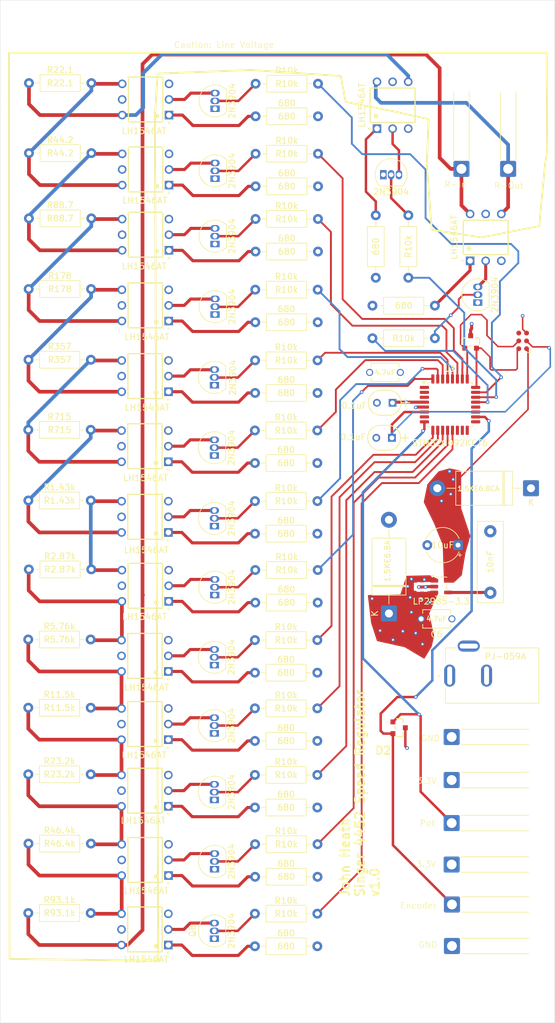
<source format=kicad_pcb>
(kicad_pcb (version 20241229) (generator "pcbnew") (generator_version "9.0")
  (layers (0 "F.Cu" signal) (4 "In1.Cu" signal) (6 "In2.Cu" signal) (2 "B.Cu" signal) (13 "F.Paste" user) (15 "B.Paste" user) (5 "F.SilkS" user "F.Silkscreen") (7 "B.SilkS" user "B.Silkscreen") (1 "F.Mask" user) (3 "B.Mask" user) (25 "Edge.Cuts" user))
  (net 0 "")
  (net 1 "Net-(D1-A{slash}K_1)")
  (net 2 "Net-(D1-A{slash}K_2)")
  (net 3 "GND")
  (net 4 "/rotary-encoder-output")
  (net 5 "/FootPedalPotOutput")
  (net 6 "/Line-R1")
  (net 7 "/Line-R2")
  (net 8 "/Line-NC1")
  (net 9 "Net-(Q14-C)")
  (net 10 "Net-(R35-Pad1)")
  (net 11 "/Line-R4")
  (net 12 "Net-(Q13-C)")
  (net 13 "/Line-R3")
  (net 14 "/Line-NC2")
  (net 15 "Net-(R34-Pad2)")
  (net 16 "Net-(R33-Pad2)")
  (net 17 "/Line-NC3")
  (net 18 "/Line-R-In")
  (net 19 "Net-(Q12-C)")
  (net 20 "Net-(Q11-C)")
  (net 21 "/Line-R-Out")
  (net 22 "Net-(R32-Pad2)")
  (net 23 "/Line-NC4")
  (net 24 "Net-(Q10-C)")
  (net 25 "/Line-NC5")
  (net 26 "/Line-R9")
  (net 27 "Net-(R31-Pad2)")
  (net 28 "Net-(R30-Pad2)")
  (net 29 "/Line-NC6")
  (net 30 "/Line-R8")
  (net 31 "Net-(Q9-C)")
  (net 32 "Net-(R29-Pad2)")
  (net 33 "Net-(Q8-C)")
  (net 34 "/Line-NC7")
  (net 35 "Net-(Q7-C)")
  (net 36 "Net-(R19-Pad2)")
  (net 37 "/Line-NC12")
  (net 38 "/Line-R10")
  (net 39 "Net-(R42-Pad1)")
  (net 40 "Net-(Q15-C)")
  (net 41 "/Line-R11")
  (net 42 "/Line-NC11")
  (net 43 "/Line-NC10")
  (net 44 "Net-(R18-Pad2)")
  (net 45 "/Line-R12")
  (net 46 "Net-(Q6-C)")
  (net 47 "/Line-R13")
  (net 48 "Net-(R17-Pad2)")
  (net 49 "/Line-NC9")
  (net 50 "Net-(Q5-C)")
  (net 51 "Net-(Q3-C)")
  (net 52 "/Line-R7")
  (net 53 "/Line-R6")
  (net 54 "Net-(R9-Pad2)")
  (net 55 "/Line-NC8")
  (net 56 "Net-(R5-Pad2)")
  (net 57 "/Line-R5")
  (net 58 "/Line-NC14")
  (net 59 "Net-(Q2-C)")
  (net 60 "Net-(R1-Pad2)")
  (net 61 "/Line-NC13")
  (net 62 "Net-(Q1-C)")
  (net 63 "/Line-NC15")
  (net 64 "Net-(R10-Pad2)")
  (net 65 "Net-(Q4-C)")
  (net 66 "+5V")
  (net 68 "+3.3V")
  (net 69 "Net-(J1-~{RESET})")
  (net 70 "/Bit3")
  (net 71 "Net-(Q4-B)")
  (net 72 "Net-(Q12-B)")
  (net 73 "/Bit8")
  (net 74 "/Bit12")
  (net 75 "Net-(Q8-B)")
  (net 76 "/Bit2")
  (net 77 "Net-(Q3-B)")
  (net 78 "Net-(Q5-B)")
  (net 79 "/Bit4")
  (net 80 "Net-(Q2-B)")
  (net 81 "/Bit1")
  (net 82 "/Bit0")
  (net 83 "Net-(Q1-B)")
  (net 84 "Net-(Q15-B)")
  (net 85 "/MaxResBit")
  (net 86 "/MinResBit")
  (net 87 "Net-(Q14-B)")
  (net 88 "Net-(Q6-B)")
  (net 89 "/Bit5")
  (net 90 "/Bit6")
  (net 91 "Net-(Q7-B)")
  (net 92 "/Bit7")
  (net 93 "Net-(Q13-B)")
  (net 94 "/Bit9")
  (net 95 "Net-(Q11-B)")
  (net 96 "/Bit10")
  (net 97 "Net-(Q10-B)")
  (net 98 "Net-(Q9-B)")
  (net 99 "/Bit11")
  (net 100 "Net-(U2-BP)")
  (footprint "Resistor_THT:R_Axial_DIN0207_L6.3mm_D2.5mm_P10.16mm_Horizontal" (layer "F.Cu") (at 73.5 107.03 180)
    (property "Reference" "R19" (hide yes))
    (property "Value" "680")
  )
  (footprint "Connector_Wire:SolderWire-0.75sqmm_1x01_D1.25mm_OD2.3mm_Relief" (layer "F.Cu") (at 95.4 174.1 90)
    (property "Reference" "J8" (hide yes))
    (property "Value" "Conn_01x01_Pin" (hide yes))
  )
  (footprint "Resistor_THT:R_Axial_DIN0207_L6.3mm_D2.5mm_P10.16mm_Horizontal" (layer "F.Cu") (at 63.33 146.27)
    (property "Reference" "R27" (hide yes))
    (property "Value" "R10k")
  )
  (footprint "Package_TO_SOT_THT:TO-92_Inline" (layer "F.Cu") (at 56.83 59.91 90)
    (property "Reference" "Q3" (hide yes))
    (property "Value" "2N3904")
  )
  (footprint "Resistor_THT:R_Axial_DIN0207_L6.3mm_D2.5mm_P10.16mm_Horizontal" (layer "F.Cu") (at 26.44 124.24)
    (property "Reference" "R37" (hide yes))
    (property "Value" "R5.76k")
  )
  (footprint "Package_TO_SOT_THT:TO-92_Inline" (layer "F.Cu") (at 56.73 139.51 90)
    (property "Reference" "Q11" (hide yes))
    (property "Value" "2N3904")
  )
  (footprint "Resistor_THT:R_Axial_DIN0207_L6.3mm_D2.5mm_P10.16mm_Horizontal" (layer "F.Cu") (at 63.33 135.44)
    (property "Reference" "R26" (hide yes))
    (property "Value" "R10k")
  )
  (footprint "Package_TO_SOT_THT:TO-92_Inline" (layer "F.Cu") (at 56.74 105.8 90)
    (property "Reference" "Q7" (hide yes))
    (property "Value" "2N3904")
  )
  (footprint "Resistor_THT:R_Axial_DIN0207_L6.3mm_D2.5mm_P10.16mm_Horizontal" (layer "F.Cu") (at 63.36 157.54)
    (property "Reference" "R28" (hide yes))
    (property "Value" "R10k")
  )
  (footprint "Resistor_THT:R_Axial_DIN0207_L6.3mm_D2.5mm_P10.16mm_Horizontal" (layer "F.Cu") (at 26.56 33.74)
    (property "Reference" "R3" (hide yes))
    (property "Value" "R22.1")
  )
  (footprint "Connector_Wire:SolderWire-0.75sqmm_1x01_D1.25mm_OD2.3mm_Relief" (layer "F.Cu") (at 95.35 160.85 90)
    (property "Reference" "J10" (hide yes))
    (property "Value" "Conn_01x01_Pin" (hide yes))
  )
  (footprint "project:DIP762W50P254L730H410Q6" (layer "F.Cu") (at 45.46 81.4 180)
    (property "Reference" "U7" (hide yes))
    (property "Value" "LH1546AT")
  )
  (footprint "Resistor_THT:R_Axial_DIN0207_L6.3mm_D2.5mm_P10.16mm_Horizontal" (layer "F.Cu") (at 73.49 151.57 180)
    (property "Reference" "R31" (hide yes))
    (property "Value" "680")
  )
  (footprint "Resistor_THT:R_Axial_DIN0207_L6.3mm_D2.5mm_P10.16mm_Horizontal" (layer "F.Cu") (at 63.44 45.23)
    (property "Reference" "R8" (hide yes))
    (property "Value" "R10k")
  )
  (footprint "Resistor_THT:R_Axial_DIN0207_L6.3mm_D2.5mm_P10.16mm_Horizontal" (layer "F.Cu") (at 73.49 140.74 180)
    (property "Reference" "R32" (hide yes))
    (property "Value" "680")
  )
  (footprint "project:CAP_C320_KEM" (layer "F.Cu") (at 85.625 91.44 180)
    (property "Reference" "C3" (hide yes))
    (property "Value" "0.1uF")
  )
  (footprint "Package_TO_SOT_THT:TO-92_Inline" (layer "F.Cu") (at 56.79 117.01 90)
    (property "Reference" "Q13" (hide yes))
    (property "Value" "2N3904")
  )
  (footprint "project:DIP762W50P254L730H410Q6" (layer "F.Cu") (at 45.44 104.29 180)
    (property "Reference" "U9" (hide yes))
    (property "Value" "LH1546AT")
  )
  (footprint "Resistor_THT:R_Axial_DIN0207_L6.3mm_D2.5mm_P10.16mm_Horizontal" (layer "F.Cu") (at 63.33 168.84)
    (property "Reference" "R43" (hide yes))
    (property "Value" "R10k")
  )
  (footprint "Resistor_THT:R_Axial_DIN0207_L6.3mm_D2.5mm_P10.16mm_Horizontal" (layer "F.Cu") (at 63.43 55.84)
    (property "Reference" "R13" (hide yes))
    (property "Value" "R10k")
  )
  (footprint "Resistor_THT:R_Axial_DIN0207_L6.3mm_D2.5mm_P10.16mm_Horizontal" (layer "F.Cu") (at 83 55.24 -90)
    (property "Reference" "R42" (hide yes))
    (property "Value" "680")
  )
  (footprint "Resistor_THT:R_Axial_DIN0207_L6.3mm_D2.5mm_P10.16mm_Horizontal" (layer "F.Cu") (at 73.55 118.24 180)
    (property "Reference" "R34" (hide yes))
    (property "Value" "680")
  )
  (footprint "Capacitor_THT:C_Rect_L13.0mm_W4.0mm_P10.00mm_FKS3_FKP3_MKS4" (layer "F.Cu") (at 101.64 116.64 90)
    (property "Reference" "C4" (hide yes))
    (property "Value" "10nF")
  )
  (footprint "Resistor_THT:R_Axial_DIN0207_L6.3mm_D2.5mm_P10.16mm_Horizontal" (layer "F.Cu") (at 26.45 146.17)
    (property "Reference" "R39" (hide yes))
    (property "Value" "R23.2k")
  )
  (footprint "project:DIP762W50P254L730H410Q6" (layer "F.Cu") (at 45.43 171.4 180)
    (property "Reference" "U10" (hide yes))
    (property "Value" "LH1546AT")
  )
  (footprint "Capacitor_THT:CP_Radial_Tantal_D5.5mm_P5.00mm" (layer "F.Cu") (at 96.39 108.89 180)
    (property "Reference" "C5" (hide yes))
    (property "Value" "10uF")
  )
  (footprint "project:STS232050UL40" (layer "F.Cu") (at 98.44 75.85)
    (property "Reference" "D1" (hide yes))
    (property "Value" "STS232050UL40" (hide yes))
  )
  (footprint "Resistor_THT:R_Axial_DIN0207_L6.3mm_D2.5mm_P10.16mm_Horizontal" (layer "F.Cu") (at 63.36 78.84)
    (property "Reference" "R15" (hide yes))
    (property "Value" "R10k")
  )
  (footprint "project:DIP762W50P254L730H410Q6" (layer "F.Cu") (at 45.43 148.83 180)
    (property "Reference" "U12" (hide yes))
    (property "Value" "LH1546AT")
  )
  (footprint "Package_TO_SOT_THT:TO-92_Inline" (layer "F.Cu") (at 56.84 49.28 90)
    (property "Reference" "Q2" (hide yes))
    (property "Value" "2N3904")
  )
  (footprint "Package_TO_SOT_THT:TO-92_Inline" (layer "F.Cu") (at 56.73 150.34 90)
    (property "Reference" "Q10" (hide yes))
    (property "Value" "2N3904")
  )
  (footprint "Resistor_THT:R_Axial_DIN0207_L6.3mm_D2.5mm_P10.16mm_Horizontal" (layer "F.Cu") (at 73.6 39.14 180)
    (property "Reference" "R1" (hide yes))
    (property "Value" "680")
  )
  (footprint "Resistor_THT:R_Axial_DIN0207_L6.3mm_D2.5mm_P10.16mm_Horizontal" (layer "F.Cu") (at 26.48 78.74)
    (property "Reference" "R16" (hide yes))
    (property "Value" "R357")
  )
  (footprint "Connector_Wire:SolderWire-0.75sqmm_1x01_D1.25mm_OD2.3mm_Relief" (layer "F.Cu") (at 95.4 167.35 90)
    (property "Reference" "J9" (hide yes))
    (property "Value" "Conn_01x01_Pin" (hide yes))
  )
  (footprint "Resistor_THT:R_Axial_DIN0207_L6.3mm_D2.5mm_P10.16mm_Horizontal" (layer "F.Cu") (at 63.39 67.34)
    (property "Reference" "R14" (hide yes))
    (property "Value" "R10k")
  )
  (footprint "Resistor_THT:R_Axial_DIN0207_L6.3mm_D2.5mm_P10.16mm_Horizontal" (layer "F.Cu") (at 26.45 90.14)
    (property "Reference" "R20" (hide yes))
    (property "Value" "R715")
  )
  (footprint "Package_TO_SOT_THT:TO-92_Inline" (layer "F.Cu") (at 56.74 82.88 90)
    (property "Reference" "Q5" (hide yes))
    (property "Value" "2N3904")
  )
  (footprint "Resistor_THT:R_Axial_DIN0207_L6.3mm_D2.5mm_P10.16mm_Horizontal" (layer "F.Cu") (at 73.49 95.54 180)
    (property "Reference" "R18" (hide yes))
    (property "Value" "680")
  )
  (footprint "project:CAPRB500W50L450T300H550" (layer "F.Cu") (at 84.5 80.8 180)
    (property "Reference" "C2" (hide yes))
    (property "Value" "4.7uF")
  )
  (footprint "Package_TO_SOT_THT:TO-92_Inline" (layer "F.Cu") (at 56.84 37.91 90)
    (property "Reference" "Q1" (hide yes))
    (property "Value" "2N3904")
  )
  (footprint "Package_TO_SOT_THT:TO-92_Inline" (layer "F.Cu") (at 56.76 161.61 90)
    (property "Reference" "Q9" (hide yes))
    (property "Value" "2N3904")
  )
  (footprint "project:DIP762W50P254L730H410Q6" (layer "F.Cu") (at 45.43 138 180)
    (property "Reference" "U13" (hide yes))
    (property "Value" "LH1546AT")
  )
  (footprint "MountingHole:MountingHole_4.5mm" (layer "F.Cu") (at 26.7 25)
    (property "Reference" "H2" (hide yes))
    (property "Value" "MountingHole" (hide yes))
  )
  (footprint "project:DIP762W50P254L730H410Q6" (layer "F.Cu") (at 45.46 160.1 180)
    (property "Reference" "U11" (hide yes))
    (property "Value" "LH1546AT")
  )
  (footprint "project:CAP_C320_KEM" (layer "F.Cu") (at 85.725 85.74 180)
    (property "Reference" "C1" (hide yes))
    (property "Value" "0.1uF")
  )
  (footprint "Resistor_THT:R_Axial_DIN0207_L6.3mm_D2.5mm_P10.16mm_Horizontal" (layer "F.Cu") (at 26.46 101.63)
    (property "Reference" "R21" (hide yes))
    (property "Value" "R1.43k")
  )
  (footprint "Resistor_THT:R_Axial_DIN0207_L6.3mm_D2.5mm_P10.16mm_Horizontal" (layer "F.Cu") (at 63.34 101.73)
    (property "Reference" "R23" (hide yes))
    (property "Value" "R10k")
  )
  (footprint "Resistor_THT:R_Axial_DIN0207_L6.3mm_D2.5mm_P10.16mm_Horizontal" (layer "F.Cu") (at 73.49 129.64 180)
    (property "Reference" "R33" (hide yes))
    (property "Value" "680")
  )
  (footprint "Package_TO_SOT_THT:TO-92_Inline" (layer "F.Cu") (at 84.23 48.64)
    (property "Reference" "Q15" (hide yes))
    (property "Value" "2N3904")
  )
  (footprint "Connector_Wire:SolderWire-0.75sqmm_1x01_D1.25mm_OD2.3mm_Relief" (layer "F.Cu") (at 95.35 147.1 90)
    (property "Reference" "J5" (hide yes))
    (property "Value" "Conn_01x01_Pin" (hide yes))
  )
  (footprint "Resistor_THT:R_Axial_DIN0207_L6.3mm_D2.5mm_P10.16mm_Horizontal" (layer "F.Cu") (at 26.45 135.34)
    (property "Reference" "R38" (hide yes))
    (property "Value" "R11.5k")
  )
  (footprint "project:CUI_PJ-059A" (layer "F.Cu") (at 95.0275 130.115 180)
    (property "Reference" "J2" (hide yes))
    (property "Value" "PJ-059A")
  )
  (footprint "project:DIP762W50P254L730H410Q6" (layer "F.Cu") (at 85.74 37.34 90)
    (property "Reference" "U17" (hide yes))
    (property "Value" "LH1546AT")
  )
  (footprint "Resistor_THT:R_Axial_DIN0207_L6.3mm_D2.5mm_P10.16mm_Horizontal" (layer "F.Cu") (at 63.44 33.84)
    (property "Reference" "R7" (hide yes))
    (property "Value" "R10k")
  )
  (footprint "Resistor_THT:R_Axial_DIN0207_L6.3mm_D2.5mm_P10.16mm_Horizontal" (layer "F.Cu") (at 73.6 50.53 180)
    (property "Reference" "R5" (hide yes))
    (property "Value" "680")
  )
  (footprint "Resistor_THT:R_Axial_DIN0207_L6.3mm_D2.5mm_P10.16mm_Horizontal" (layer "F.Cu") (at 63.33 124.34)
    (property "Reference" "R25" (hide yes))
    (property "Value" "R10k")
  )
  (footprint "Connector:Tag-Connect_TC2030-IDC-FP_2x03_P1.27mm_Vertical" (layer "F.Cu") (at 106.905 75.67 90)
    (property "Reference" "J1" (hide yes))
    (property "Value" "Conn_ARM_SWD_TagConnect_TC2030" (hide yes))
  )
  (footprint "MountingHole:MountingHole_4.5mm" (layer "F.Cu") (at 107.3 181.8)
    (property "Reference" "H4" (hide yes))
    (property "Value" "MountingHole" (hide yes))
  )
  (footprint "Resistor_THT:R_Axial_DIN0207_L6.3mm_D2.5mm_P10.16mm_Horizontal" (layer "F.Cu") (at 26.51 67.24)
    (property "Reference" "R12" (hide yes))
    (property "Value" "R178")
  )
  (footprint "Connector_Wire:SolderWire-0.75sqmm_1x01_D1.25mm_OD2.3mm_Relief" (layer "F.Cu") (at 96.94 47.69 180)
    (property "Reference" "J6" (hide yes))
    (property "Value" "Conn_01x01_Pin" (hide yes))
  )
  (footprint "Resistor_THT:R_Axial_DIN0207_L6.3mm_D2.5mm_P10.16mm_Horizontal" (layer "F.Cu") (at 73.59 61.14 180)
    (property "Reference" "R9" (hide yes))
    (property "Value" "680")
  )
  (footprint "project:DIP762W50P254L730H410Q6" (layer "F.Cu") (at 45.54 47.79 180)
    (property "Reference" "U4" (hide yes))
    (property "Value" "LH1546AT")
  )
  (footprint "project:DIP762W50P254L730H410Q6" (layer "F.Cu") (at 100.89 58.84 90)
    (property "Reference" "U16" (hide yes))
    (property "Value" "LH1546AT")
  )
  (footprint "Connector_Wire:SolderWire-0.75sqmm_1x01_D1.25mm_OD2.3mm_Relief" (layer "F.Cu") (at 95.35 154.1 90)
    (property "Reference" "J3" (hide yes))
    (property "Value" "Conn_01x01_Pin" (hide yes))
  )
  (footprint "Package_TO_SOT_THT:TO-92_Inline" (layer "F.Cu") (at 56.73 128.41 90)
    (property "Reference" "Q12" (hide yes))
    (property "Value" "2N3904")
  )
  (footprint "project:STS232050UL40" (layer "F.Cu") (at 86.8 138.6 -90)
    (property "Reference" "D2")
    (property "Value" "STS232050UL40" (hide yes))
  )
  (footprint "MountingHole:MountingHole_4.5mm" (layer "F.Cu") (at 26.7 181.8)
    (property "Reference" "H3" (hide yes))
    (property "Value" "MountingHole" (hide yes))
  )
  (footprint "Resistor_THT:R_Axial_DIN0207_L6.3mm_D2.5mm_P10.16mm_Horizontal" (layer "F.Cu") (at 63.33 90.24)
    (property "Reference" "R22" (hide yes))
    (property "Value" "R10k")
  )
  (footprint "Resistor_THT:R_Axial_DIN0207_L6.3mm_D2.5mm_P10.16mm_Horizontal" (layer "F.Cu") (at 73.55 72.64 180)
    (property "Reference" "R10" (hide yes))
    (property "Value" "680")
  )
  (footprint "project:DIP762W50P254L730H410Q6" (layer "F.Cu") (at 45.43 92.8 180)
    (property "Reference" "U8" (hide yes))
    (property "Value" "LH1546AT")
  )
  (footprint "Resistor_THT:R_Axial_DIN0207_L6.3mm_D2.5mm_P10.16mm_Horizontal" (layer "F.Cu") (at 82.46 75.24)
    (property "Reference" "R2" (hide yes))
    (property "Value" "R10k")
  )
  (footprint "Diode_THT:D_DO-201AE_P15.24mm_Horizontal" (layer "F.Cu") (at 108.26 99.64 180)
    (property "Reference" "D4" (hide yes))
    (property "Value" "1.5KE6.8CA")
  )
  (footprint "Connector_Wire:SolderWire-0.75sqmm_1x01_D1.25mm_OD2.3mm_Relief" (layer "F.Cu") (at 95.35 140.1 90)
    (property "Reference" "J4" (hide yes))
    (property "Value" "Conn_01x01_Pin" (hide yes))
  )
  (footprint "Resistor_THT:R_Axial_DIN0207_L6.3mm_D2.5mm_P10.16mm_Horizontal" (layer "F.Cu") (at 73.49 174.14 180)
    (property "Reference" "R29" (hide yes))
    (property "Value" "680")
  )
  (footprint "project:DIP762W50P254L730H410Q6" (layer "F.Cu") (at 45.43 126.9 180)
    (property "Reference" "U14" (hide yes))
    (property "Value" "LH1546AT")
  )
  (footprint "Diode_THT:D_DO-201AE_P15.24mm_Horizontal" (layer "F.Cu") (at 85.14 120.01 90)
    (property "Reference" "D3" (hide yes))
    (property "Value" "1.5KE6.8A")
  )
  (footprint "Resistor_THT:R_Axial_DIN0207_L6.3mm_D2.5mm_P10.16mm_Horizontal" (layer "F.Cu") (at 26.54 112.84)
    (property "Reference" "R36" (hide yes))
    (property "Value" "R2.87k")
  )
  (footprint "project:DIP762W50P254L730H410Q6" (layer "F.Cu") (at 45.49 69.9 180)
    (property "Reference" "U6" (hide yes))
    (property "Value" "LH1546AT")
  )
  (footprint "Package_TO_SOT_THT:TO-92_Inline" (layer "F.Cu") (at 99.6 69.44 90)
    (property "Reference" "Q14" (hide yes))
    (property "Value" "2N3904")
  )
  (footprint "Package_QFP:LQFP-32_7x7mm_P0.8mm" (layer "F.Cu") (at 95.085 86.04)
    (property "Reference" "U1")
    (property "Value" "STM32C092KCT6")
  )
  (footprint "Package_TO_SOT_THT:TO-92_Inline" (layer "F.Cu") (at 56.73 94.31 90)
    (property "Reference" "Q6" (hide yes))
    (property "Value" "2N3904")
  )
  (footprint "Package_TO_SOT_SMD:SOT-23-5" (layer "F.Cu") (at 93.64 115.64)
    (property "Reference" "U2" (hide yes))
    (property "Value" "LP2985-3.3")
  )
  (footprint "Resistor_THT:R_Axial_DIN0207_L6.3mm_D2.5mm_P10.16mm_Horizontal" (layer "F.Cu") (at 92.62 69.94 180)
    (property "Reference" "R35" (hide yes))
    (property "Value" "680")
  )
  (footprint "project:DIP762W50P254L730H410Q6" (layer "F.Cu") (at 45.53 58.4 180)
    (property "Reference" "U5" (hide yes))
    (property "Value" "LH1546AT")
  )
  (footprint "Connector_Wire:SolderWire-0.75sqmm_1x01_D1.25mm_OD2.3mm_Relief" (layer "F.Cu") (at 104.54 47.69 180)
    (property "Reference" "J7" (hide yes))
    (property "Value" "Conn_01x01_Pin" (hide yes))
  )
  (footprint "Package_TO_SOT_THT:TO-92_Inline" (layer "F.Cu") (at 56.84 71.38 90)
    (property "Reference" "Q4" (hide yes))
    (property "Value" "2N3904")
  )
  (footprint "Package_TO_SOT_THT:TO-92_Inline" (layer "F.Cu") (at 56.73 172.91 90)
    (property "Reference" "Q8")
    (property "Value" "2N3904")
  )
  (footprint "Resistor_THT:R_Axial_DIN0207_L6.3mm_D2.5mm_P10.16mm_Horizontal" (layer "F.Cu") (at 26.56 45.13)
    (property "Reference" "R6" (hide yes))
    (property "Value" "R44.2")
  )
  (footprint "Resistor_THT:R_Axial_DIN0207_L6.3mm_D2.5mm_P10.16mm_Horizontal" (layer "F.Cu") (at 63.39 112.94)
    (property "Reference" "R24" (hide yes))
    (property "Value" "R10k")
  )
  (footprint "project:DIP762W50P254L730H410Q6" (layer "F.Cu") (at 45.54 36.4 180)
    (property "Reference" "U3" (hide yes))
    (property "Value" "LH1546AT")
  )
  (footprint "Resistor_THT:R_Axial_DIN0207_L6.3mm_D2.5mm_P10.16mm_Horizontal" (layer "F.Cu") (at 73.52 162.84 180)
    (property "Reference" "R30" (hide yes))
    (property "Value" "680")
  )
  (footprint "Resistor_THT:R_Axial_DIN0207_L6.3mm_D2.5mm_P10.16mm_Horizontal" (layer "F.Cu") (at 88.3 65.4 90)
    (property "Reference" "R4" (hide yes))
    (property "Value" "R10k")
  )
  (footprint "Resistor_THT:R_Axial_DIN0207_L6.3mm_D2.5mm_P10.16mm_Horizontal" (layer "F.Cu") (at 26.45 168.74)
    (property "Reference" "R41" (hide yes))
    (property "Value" "R93.1k")
  )
  (footprint "project:CAPRB500W50L450T300H550" (layer "F.Cu") (at 92.89 120.89)
    (property "Reference" "C6")
    (property "Value" "4.7uF")
  )
  (footprint "MountingHole:MountingHole_4.5mm" (layer "F.Cu") (at 107.4 25.1)
    (property "Reference" "H1" (hide yes))
    (property "Value" "MountingHole" (hide yes))
  )
  (footprint "project:DIP762W50P254L730H410Q6" (layer "F.Cu") (at 45.49 115.5 180)
    (property "Reference" "U15" (hide yes))
    (property "Value" "LH1546AT")
  )
  (footprint "Resistor_THT:R_Axial_DIN0207_L6.3mm_D2.5mm_P10.16mm_Horizontal" (layer "F.Cu") (at 26.48 157.44)
    (property "Reference" "R40" (hide yes))
    (property "Value" "R46.4k")
  )
  (footprint "Resistor_THT:R_Axial_DIN0207_L6.3mm_D2.5mm_P10.16mm_Horizontal" (layer "F.Cu") (at 73.52 84.14 180)
    (property "Reference" "R17" (hide yes))
    (property "Value" "680")
  )
  (footprint "Resistor_THT:R_Axial_DIN0207_L6.3mm_D2.5mm_P10.16mm_Horizontal" (layer "F.Cu") (at 26.55 55.74)
    (property "Reference" "R11" (hide yes))
    (property "Value" "R88.7")
  )
  (gr_poly (pts (xy 23.4 176.2) (xy 47.6 176.5) (xy 47.057159 39.1) (xy 47.5 32.2) (xy 62.7 31.6) (xy 77.3 32.59) (xy 78.1 36.8) (xy 85.74 38.3) (xy 91.6 39.6) (xy 91.3 46.9) (xy 92.1 57.6) (xy 100.2 58.84) (xy 109.6 57) (xy 110.5 47.4) (xy 110.9 44.6) (xy 110.8 28.8) (xy 23.3 28.8)) (stroke (width 0.3)) (fill no) (layer "F.SilkS"))
  (gr_rect (start 21.87 20.248627) (end 112.13 186.6) (stroke (width 0.05)) (fill no) (layer "Edge.Cuts"))
  (gr_text "3.3V" (at 89.6 147.8 0) (layer "F.SilkS") (effects (font (size 1 1) (thickness 0.1)) (justify left bottom)))
  (gr_text "680" (at 68.43 82 0) (layer "F.SilkS") (effects (font (size 1 1))))
  (gr_text "Caution: Line Voltage" (at 50.1 28.1 0) (layer "F.SilkS") (effects (font (size 1 1) (thickness 0.1)) (justify left bottom)))
  (gr_text "680" (at 68.4 138.6 0) (layer "F.SilkS") (effects (font (size 1 1))))
  (gr_text "R10k" (at 68.43 76.7 0) (layer "F.SilkS") (effects (font (size 1 1))))
  (gr_text "R10k" (at 68.51 31.7 0) (layer "F.SilkS") (effects (font (size 1 1))))
  (gr_text "680" (at 68.46 70.5 0) (layer "F.SilkS") (effects (font (size 1 1))))
  (gr_text "Encoder" (at 86.9 168.1 0) (layer "F.SilkS") (effects (font (size 1 1) (thickness 0.1)) (justify left bottom)))
  (gr_text "680" (at 68.4 127.5 0) (layer "F.SilkS") (effects (font (size 1 1))))
  (gr_text "680" (at 68.5 59 0) (layer "F.SilkS") (effects (font (size 1 1))))
  (gr_text "R-In" (at 94.1 50.8 0) (layer "F.SilkS") (effects (font (size 1 1) (thickness 0.1)) (justify left bottom)))
  (gr_text "Pot" (at 90.1 154.7 0) (layer "F.SilkS") (effects (font (size 1 1) (thickness 0.1)) (justify left bottom)))
  (gr_text "R357" (at 31.55 76.6 0) (layer "F.SilkS") (effects (font (size 1 1))))
  (gr_text "R178" (at 31.58 65.1 0) (layer "F.SilkS") (effects (font (size 1 1))))
  (gr_text "R10k" (at 68.4 122.2 0) (layer "F.SilkS") (effects (font (size 1 1))))
  (gr_text "R10k" (at 68.46 65.2 0) (layer "F.SilkS") (effects (font (size 1 1))))
  (gr_text "R93.1k" (at 31.52 166.6 0) (layer "F.SilkS") (effects (font (size 1 1))))
  (gr_text "680" (at 68.41 104.89 0) (layer "F.SilkS") (effects (font (size 1 1))))
  (gr_text "R88.7" (at 31.62 53.6 0) (layer "F.SilkS") (effects (font (size 1 1))))
  (gr_text "R2.87k" (at 31.61 110.7 0) (layer "F.SilkS") (effects (font (size 1 1))))
  (gr_text "R10k" (at 68.4 166.7 0) (layer "F.SilkS") (effects (font (size 1 1))))
  (gr_text "R23.2k" (at 31.52 144.03 0) (layer "F.SilkS") (effects (font (size 1 1))))
  (gr_text "R44.2" (at 31.63 42.99 0) (layer "F.SilkS") (effects (font (size 1 1))))
  (gr_text "680" (at 68.4 93.4 0) (layer "F.SilkS") (effects (font (size 1 1))))
  (gr_text "680" (at 68.4 149.43 0) (layer "F.SilkS") (effects (font (size 1 1))))
  (gr_text "R1.43k" (at 31.53 99.49 0) (layer "F.SilkS") (effects (font (size 1 1))))
  (gr_text "R10k" (at 68.41 99.59 0) (layer "F.SilkS") (effects (font (size 1 1))))
  (gr_text "R10k" (at 68.43 155.4 0) (layer "F.SilkS") (effects (font (size 1 1))))
  (gr_text "R715" (at 31.52 88 0) (layer "F.SilkS") (effects (font (size 1 1))))
  (gr_text "680" (at 68.43 160.7 0) (layer "F.SilkS") (effects (font (size 1 1))))
  (gr_text "GND" (at 90.3 140.9 0) (layer "F.SilkS") (effects (font (size 1 1) (thickness 0.1)) (justify left bottom)))
  (gr_text "680" (at 68.46 116.1 0) (layer "F.SilkS") (effects (font (size 1 1))))
  (gr_text "R10k" (at 68.4 88.1 0) (layer "F.SilkS") (effects (font (size 1 1))))
  (gr_text "R46.4k" (at 31.55 155.3 0) (layer "F.SilkS") (effects (font (size 1 1))))
  (gr_text "R10k" (at 68.51 43.09 0) (layer "F.SilkS") (effects (font (size 1 1))))
  (gr_text "R11.5k" (at 31.52 133.2 0) (layer "F.SilkS") (effects (font (size 1 1))))
  (gr_text "GND" (at 89.9 174.5 0) (layer "F.SilkS") (effects (font (size 1 1) (thickness 0.1)) (justify left bottom)))
  (gr_text "R10k" (at 68.4 133.3 0) (layer "F.SilkS") (effects (font (size 1 1))))
  (gr_text "R10k" (at 68.4 144.13 0) (layer "F.SilkS") (effects (font (size 1 1))))
  (gr_text "3.3V" (at 89.5 161.4 0) (layer "F.SilkS") (effects (font (size 1 1) (thickness 0.1)) (justify left bottom)))
  (gr_text "R-Out" (at 102.2 51 0) (layer "F.SilkS") (effects (font (size 1 1) (thickness 0.1)) (justify left bottom)))
  (gr_text "680" (at 68.51 37 0) (layer "F.SilkS") (effects (font (size 1 1))))
  (gr_text "R5.76k" (at 31.51 122.1 0) (layer "F.SilkS") (effects (font (size 1 1))))
  (gr_text "680" (at 68.4 172 0) (layer "F.SilkS") (effects (font (size 1 1))))
  (gr_text "680" (at 68.51 48.39 0) (layer "F.SilkS") (effects (font (size 1 1))))
  (gr_text "R10k" (at 68.5 53.7 0) (layer "F.SilkS") (effects (font (size 1 1))))
  (gr_text "John Heath\nSinger 4452 Speed Regulator\nv1.0" (at 83.7 166.3 90) (layer "F.SilkS") (effects (font (size 1.5 1.5) (thickness 0.3) (bold yes)) (justify left bottom)))
  (gr_text "R10k" (at 68.51 110.8 0) (layer "F.SilkS") (effects (font (size 1 1))))
  (gr_text "R22.1" (at 31.63 31.6 0) (layer "F.SilkS") (effects (font (size 1 1))))
  (segment (start 98.5 71.4) (end 96.8 73.1) (width 0.25) (layer "F.Cu") (net 1))
  (segment (start 96.8 76.17) (end 97.49 76.86) (width 0.25) (layer "F.Cu") (net 1))
  (segment (start 101.1 72.3) (end 100.2 71.4) (width 0.25) (layer "F.Cu") (net 1))
  (segment (start 105.34155 76.59845) (end 102.89845 76.59845) (width 0.25) (layer "F.Cu") (net 1))
  (segment (start 97.885 77.255) (end 97.885 81.865) (width 0.3) (layer "F.Cu") (net 1))
  (segment (start 101.1 74.8) (end 101.1 72.3) (width 0.25) (layer "F.Cu") (net 1))
  (segment (start 97.49 76.86) (end 97.885 77.255) (width 0.3) (layer "F.Cu") (net 1))
  (segment (start 100.2 71.4) (end 98.5 71.4) (width 0.25) (layer "F.Cu") (net 1))
  (segment (start 102.89845 76.59845) (end 101.1 74.8) (width 0.25) (layer "F.Cu") (net 1))
  (segment (start 96.8 73.1) (end 96.8 76.17) (width 0.25) (layer "F.Cu") (net 1))
  (segment (start 106.27 75.67) (end 105.34155 76.59845) (width 0.25) (layer "F.Cu") (net 1))
  (segment (start 105.8 80.4) (end 101.8 80.4) (width 0.25) (layer "F.Cu") (net 2))
  (segment (start 99.39 76.86) (end 99.39 83.11) (width 0.3) (layer "F.Cu") (net 2))
  (segment (start 101.8 80.4) (end 101.6 80.2) (width 0.25) (layer "F.Cu") (net 2))
  (segment (start 100.16 76.86) (end 99.39 76.86) (width 0.25) (layer "F.Cu") (net 2))
  (segment (start 99.39 83.11) (end 99.26 83.24) (width 0.3) (layer "F.Cu") (net 2))
  (segment (start 101.6 78.3) (end 100.16 76.86) (width 0.25) (layer "F.Cu") (net 2))
  (segment (start 106.27 76.94) (end 106.0337 77.1763) (width 0.25) (layer "F.Cu") (net 2))
  (segment (start 106.0337 77.1763) (end 106.0337 80.1663) (width 0.25) (layer "F.Cu") (net 2))
  (segment (start 106.0337 80.1663) (end 105.8 80.4) (width 0.25) (layer "F.Cu") (net 2))
  (segment (start 101.6 80.2) (end 101.6 78.3) (width 0.25) (layer "F.Cu") (net 2))
  (segment (start 92.5025 115.64) (end 91.16 115.64) (width 0.5) (layer "F.Cu") (net 3))
  (segment (start 98.44 73.86) (end 98.44 74.84) (width 0.5) (layer "F.Cu") (net 3))
  (segment (start 91.1 115.7) (end 90 115.7) (width 0.5) (layer "F.Cu") (net 3))
  (segment (start 106.9 73.76) (end 106.9 71.6) (width 0.25) (layer "F.Cu") (net 3))
  (segment (start 91.16 115.64) (end 91.1 115.7) (width 0.5) (layer "F.Cu") (net 3))
  (segment (start 87.81 141.61) (end 88.1 141.9) (width 0.4) (layer "F.Cu") (net 3))
  (segment (start 89.56 86.44) (end 89.5 86.5) (width 0.5) (layer "F.Cu") (net 3))
  (segment (start 98.6 72.9) (end 98.6 73.7) (width 0.5) (layer "F.Cu") (net 3))
  (segment (start 107.54 74.4) (end 106.9 73.76) (width 0.25) (layer "F.Cu") (net 3))
  (segment (start 87.81 138.6) (end 87.81 141.61) (width 0.4) (layer "F.Cu") (net 3))
  (segment (start 90.91 86.44) (end 89.56 86.44) (width 0.5) (layer "F.Cu") (net 3))
  (segment (start 98.6 73.7) (end 98.44 73.86) (width 0.5) (layer "F.Cu") (net 3))
  (via (at 90 115.7) (size 0.6) (drill 0.3) (layers "F.Cu" "B.Cu") (net 3))
  (via (at 106.9 71.6) (size 0.6) (drill 0.3) (layers "F.Cu" "B.Cu") (net 3))
  (via (at 91.1 115.7) (size 0.6) (drill 0.3) (layers "F.Cu" "B.Cu") (net 3))
  (via (at 88.1 141.9) (size 0.6) (drill 0.3) (layers "F.Cu" "B.Cu") (net 3))
  (via (at 98.6 72.9) (size 0.6) (drill 0.3) (layers "F.Cu" "B.Cu") (net 3))
  (via (at 89.5 86.5) (size 0.6) (drill 0.3) (layers "F.Cu" "B.Cu") (net 3))
  (segment (start 94.14 166.04) (end 85.79 157.69) (width 0.4) (layer "F.Cu") (net 4))
  (segment (start 86.5 133.6) (end 89.5 133.6) (width 0.4) (layer "F.Cu") (net 4))
  (segment (start 83.8 139.1) (end 83.8 136.3) (width 0.4) (layer "F.Cu") (net 4))
  (segment (start 83.8 136.3) (end 84.5 135.6) (width 0.4) (layer "F.Cu") (net 4))
  (segment (start 85.79 157.69) (end 85.79 139.55) (width 0.4) (layer "F.Cu") (net 4))
  (segment (start 85.79 139.55) (end 84.25 139.55) (width 0.4) (layer "F.Cu") (net 4))
  (segment (start 100.74 88.04) (end 101.4 88.7) (width 0.4) (layer "F.Cu") (net 4))
  (segment (start 84.25 139.55) (end 83.8 139.1) (width 0.4) (layer "F.Cu") (net 4))
  (segment (start 99.26 88.04) (end 100.74 88.04) (width 0.4) (layer "F.Cu") (net 4))
  (segment (start 84.5 135.6) (end 86.5 133.6) (width 0.4) (layer "F.Cu") (net 4))
  (via (at 89.5 133.6) (size 0.6) (drill 0.3) (layers "F.Cu" "B.Cu") (net 4))
  (via (at 101.4 88.7) (size 0.6) (drill 0.3) (layers "F.Cu" "B.Cu") (net 4))
  (segment (start 89.5 133.6) (end 92.2 130.9) (width 0.4) (layer "B.Cu") (net 4))
  (segment (start 100 91.8) (end 101.4 90.4) (width 0.4) (layer "B.Cu") (net 4))
  (segment (start 92.2 127.3) (end 92.2 126) (width 0.4) (layer "B.Cu") (net 4))
  (segment (start 92.2 130.9) (end 92.2 127.3) (width 0.4) (layer "B.Cu") (net 4))
  (segment (start 98.6 113.4) (end 98.6 93.2) (width 0.4) (layer "B.Cu") (net 4))
  (segment (start 95 123.2) (end 98.6 119.6) (width 0.4) (layer "B.Cu") (net 4))
  (segment (start 101.4 90.4) (end 101.4 88.7) (width 0.4) (layer "B.Cu") (net 4))
  (segment (start 98.6 93.2) (end 100 91.8) (width 0.4) (layer "B.Cu") (net 4))
  (segment (start 92.2 126) (end 95 123.2) (width 0.4) (layer "B.Cu") (net 4))
  (segment (start 98.6 119.6) (end 98.6 113.4) (width 0.4) (layer "B.Cu") (net 4))
  (segment (start 90.05 136.45) (end 90 136.4) (width 0.4) (layer "F.Cu") (net 5))
  (segment (start 87.04 136.4) (end 85.79 137.65) (width 0.4) (layer "F.Cu") (net 5))
  (segment (start 90.3 136.7) (end 90.05 136.45) (width 0.4) (layer "F.Cu") (net 5))
  (segment (start 94.09 152.84) (end 95.35 154.1) (width 0.4) (layer "F.Cu") (net 5))
  (segment (start 94.09 152.79) (end 94.09 152.84) (width 0.4) (layer "F.Cu") (net 5))
  (segment (start 94.09 152.79) (end 90.3 149) (width 0.4) (layer "F.Cu") (net 5))
  (segment (start 90.91 90.09) (end 90.7 90.3) (width 0.4) (layer "F.Cu") (net 5))
  (segment (start 90.91 88.84) (end 90.91 90.09) (width 0.4) (layer "F.Cu") (net 5))
  (segment (start 90 136.4) (end 87.04 136.4) (width 0.4) (layer "F.Cu") (net 5))
  (segment (start 90.3 149) (end 90.3 136.7) (width 0.4) (layer "F.Cu") (net 5))
  (via (at 90.7 90.3) (size 0.6) (drill 0.3) (layers "F.Cu" "B.Cu") (net 5))
  (via (at 90.05 136.45) (size 0.6) (drill 0.3) (layers "F.Cu" "B.Cu") (net 5))
  (segment (start 90.7 90.5) (end 90.7 90.3) (width 0.4) (layer "B.Cu") (net 5))
  (segment (start 80.9 115.8) (end 80.9 100.3) (width 0.4) (layer "B.Cu") (net 5))
  (segment (start 90.05 136.45) (end 80.9 127.3) (width 0.4) (layer "B.Cu") (net 5))
  (segment (start 80.9 127.3) (end 80.9 115.8) (width 0.4) (layer "B.Cu") (net 5))
  (segment (start 88 93.2) (end 90.7 90.5) (width 0.4) (layer "B.Cu") (net 5))
  (segment (start 80.9 100.3) (end 88 93.2) (width 0.4) (layer "B.Cu") (net 5))
  (segment (start 28.34 38.94) (end 26.56 37.16) (width 0.6) (layer "F.Cu") (net 6))
  (segment (start 26.56 37.16) (end 26.56 33.74) (width 0.6) (layer "F.Cu") (net 6))
  (segment (start 41.73 38.94) (end 28.34 38.94) (width 0.6) (layer "F.Cu") (net 6))
  (segment (start 88.28 33.53) (end 88.28 32.540051) (width 0.6) (layer "B.Cu") (net 6))
  (segment (start 45.149 32.119888) (end 45.149 37.751) (width 0.6) (layer "B.Cu") (net 6))
  (segment (start 45.149 37.751) (end 43.96 38.94) (width 0.6) (layer "B.Cu") (net 6))
  (segment (start 48.268888 29) (end 45.149 32.119888) (width 0.6) (layer "B.Cu") (net 6))
  (segment (start 88.28 32.540051) (end 84.739949 29) (width 0.6) (layer "B.Cu") (net 6))
  (segment (start 84.739949 29) (end 48.268888 29) (width 0.6) (layer "B.Cu") (net 6))
  (segment (start 43.96 38.94) (end 41.73 38.94) (width 0.6) (layer "B.Cu") (net 6))
  (segment (start 41.73 50.33) (end 28.34 50.33) (width 0.6) (layer "F.Cu") (net 7))
  (segment (start 26.56 48.55) (end 26.56 45.13) (width 0.6) (layer "F.Cu") (net 7))
  (segment (start 28.34 50.33) (end 26.56 48.55) (width 0.6) (layer "F.Cu") (net 7))
  (segment (start 36.84 33.86) (end 36.72 33.74) (width 0.6) (layer "F.Cu") (net 7))
  (segment (start 41.73 33.86) (end 36.84 33.86) (width 0.6) (layer "F.Cu") (net 7))
  (segment (start 36.72 33.74) (end 36.72 34.97) (width 0.6) (layer "B.Cu") (net 7))
  (segment (start 36.72 34.97) (end 26.56 45.13) (width 0.6) (layer "B.Cu") (net 7))
  (segment (start 100.89 62.65) (end 100.89 65.61) (width 0.5) (layer "F.Cu") (net 9))
  (segment (start 100.89 65.61) (end 99.6 66.9) (width 0.5) (layer "F.Cu") (net 9))
  (segment (start 98.35 64.21) (end 92.62 69.94) (width 0.5) (layer "F.Cu") (net 10))
  (segment (start 98.35 62.65) (end 98.35 64.21) (width 0.5) (layer "F.Cu") (net 10))
  (segment (start 28.29 72.44) (end 26.51 70.66) (width 0.6) (layer "F.Cu") (net 11))
  (segment (start 36.83 55.86) (end 36.71 55.74) (width 0.6) (layer "F.Cu") (net 11))
  (segment (start 41.68 72.44) (end 28.29 72.44) (width 0.6) (layer "F.Cu") (net 11))
  (segment (start 41.72 55.86) (end 36.83 55.86) (width 0.6) (layer "F.Cu") (net 11))
  (segment (start 26.51 70.66) (end 26.51 67.24) (width 0.6) (layer "F.Cu") (net 11))
  (segment (start 36.71 55.74) (end 36.71 57.04) (width 0.6) (layer "B.Cu") (net 11))
  (segment (start 36.71 57.04) (end 26.51 67.24) (width 0.6) (layer "B.Cu") (net 11))
  (segment (start 49.3 115.5) (end 51.83 115.5) (width 0.5) (layer "F.Cu") (net 12))
  (segment (start 52.86 114.47) (end 56.79 114.47) (width 0.5) (layer "F.Cu") (net 12))
  (segment (start 51.83 115.5) (end 52.86 114.47) (width 0.5) (layer "F.Cu") (net 12))
  (segment (start 26.55 59.16) (end 26.55 55.74) (width 0.6) (layer "F.Cu") (net 13))
  (segment (start 28.33 60.94) (end 26.55 59.16) (width 0.6) (layer "F.Cu") (net 13))
  (segment (start 41.72 60.94) (end 28.33 60.94) (width 0.6) (layer "F.Cu") (net 13))
  (segment (start 36.84 45.25) (end 36.72 45.13) (width 0.6) (layer "F.Cu") (net 13))
  (segment (start 41.73 45.25) (end 36.84 45.25) (width 0.6) (layer "F.Cu") (net 13))
  (segment (start 36.72 45.13) (end 26.55 55.3) (width 0.6) (layer "B.Cu") (net 13))
  (segment (start 26.55 55.3) (end 26.55 55.74) (width 0.6) (layer "B.Cu") (net 13))
  (segment (start 63.39 118.24) (end 62.19 118.24) (width 0.5) (layer "F.Cu") (net 15))
  (segment (start 60.69 119.74) (end 53.19 119.74) (width 0.5) (layer "F.Cu") (net 15))
  (segment (start 51.49 118.04) (end 49.3 118.04) (width 0.5) (layer "F.Cu") (net 15))
  (segment (start 62.19 118.24) (end 60.69 119.74) (width 0.5) (layer "F.Cu") (net 15))
  (segment (start 53.19 119.74) (end 51.49 118.04) (width 0.5) (layer "F.Cu") (net 15))
  (segment (start 63.33 129.64) (end 62.13 129.64) (width 0.5) (layer "F.Cu") (net 16))
  (segment (start 53.13 131.14) (end 51.43 129.44) (width 0.5) (layer "F.Cu") (net 16))
  (segment (start 51.43 129.44) (end 49.24 129.44) (width 0.5) (layer "F.Cu") (net 16))
  (segment (start 60.63 131.14) (end 53.13 131.14) (width 0.5) (layer "F.Cu") (net 16))
  (segment (start 62.13 129.64) (end 60.63 131.14) (width 0.5) (layer "F.Cu") (net 16))
  (segment (start 96.94 47.69) (end 96.94 53.62) (width 0.6) (layer "F.Cu") (net 18))
  (segment (start 42.609949 173.94) (end 45.039 171.510949) (width 0.6) (layer "F.Cu") (net 18))
  (segment (start 28.23 173.94) (end 26.45 172.16) (width 0.6) (layer "F.Cu") (net 18))
  (segment (start 46.6 29.1) (end 91.2 29.1) (width 0.6) (layer "F.Cu") (net 18))
  (segment (start 45.039 117.06) (end 45.099 117) (width 0.6) (layer "F.Cu") (net 18))
  (segment (start 93.4 45.9) (end 95.19 47.69) (width 0.6) (layer "F.Cu") (net 18))
  (segment (start 45.039 116.94) (end 45.039 30.661) (width 0.6) (layer "F.Cu") (net 18))
  (segment (start 95.19 47.69) (end 96.94 47.69) (width 0.6) (layer "F.Cu") (net 18))
  (segment (start 26.45 172.16) (end 26.45 168.74) (width 0.6) (layer "F.Cu") (net 18))
  (segment (start 41.62 173.94) (end 42.609949 173.94) (width 0.6) (layer "F.Cu") (net 18))
  (segment (start 96.94 53.62) (end 98.35 55.03) (width 0.6) (layer "F.Cu") (net 18))
  (segment (start 45.039 30.661) (end 46.6 29.1) (width 0.6) (layer "F.Cu") (net 18))
  (segment (start 41.62 173.94) (end 28.23 173.94) (width 0.6) (layer "F.Cu") (net 18))
  (segment (start 93.4 31.3) (end 93.4 45.9) (width 0.6) (layer "F.Cu") (net 18))
  (segment (start 45.039 171.510949) (end 45.039 117.06) (width 0.6) (layer "F.Cu") (net 18))
  (segment (start 91.2 29.1) (end 93.4 31.3) (width 0.6) (layer "F.Cu") (net 18))
  (segment (start 45.099 117) (end 45.039 116.94) (width 0.6) (layer "F.Cu") (net 18))
  (segment (start 52.8 125.87) (end 56.73 125.87) (width 0.5) (layer "F.Cu") (net 19))
  (segment (start 49.24 126.9) (end 51.77 126.9) (width 0.5) (layer "F.Cu") (net 19))
  (segment (start 51.77 126.9) (end 52.8 125.87) (width 0.5) (layer "F.Cu") (net 19))
  (segment (start 51.77 138) (end 52.8 136.97) (width 0.5) (layer "F.Cu") (net 20))
  (segment (start 52.8 136.97) (end 56.73 136.97) (width 0.5) (layer "F.Cu") (net 20))
  (segment (start 49.24 138) (end 51.77 138) (width 0.5) (layer "F.Cu") (net 20))
  (segment (start 103.43 55.03) (end 104.54 53.92) (width 0.6) (layer "F.Cu") (net 21))
  (segment (start 104.54 53.92) (end 104.54 47.69) (width 0.6) (layer "F.Cu") (net 21))
  (segment (start 104.54 43.74) (end 97.749 36.949) (width 0.6) (layer "B.Cu") (net 21))
  (segment (start 97.749 36.949) (end 83.849 36.949) (width 0.6) (layer "B.Cu") (net 21))
  (segment (start 83.849 36.949) (end 83 36.1) (width 0.6) (layer "B.Cu") (net 21))
  (segment (start 83 33.73) (end 83.2 33.53) (width 0.6) (layer "B.Cu") (net 21))
  (segment (start 104.54 47.69) (end 104.54 43.74) (width 0.6) (layer "B.Cu") (net 21))
  (segment (start 83 36.1) (end 83 33.73) (width 0.6) (layer "B.Cu") (net 21))
  (segment (start 63.33 140.74) (end 62.13 140.74) (width 0.5) (layer "F.Cu") (net 22))
  (segment (start 51.43 140.54) (end 49.24 140.54) (width 0.5) (layer "F.Cu") (net 22))
  (segment (start 62.13 140.74) (end 60.63 142.24) (width 0.5) (layer "F.Cu") (net 22))
  (segment (start 60.63 142.24) (end 53.13 142.24) (width 0.5) (layer "F.Cu") (net 22))
  (segment (start 53.13 142.24) (end 51.43 140.54) (width 0.5) (layer "F.Cu") (net 22))
  (segment (start 51.77 148.83) (end 52.8 147.8) (width 0.5) (layer "F.Cu") (net 24))
  (segment (start 49.24 148.83) (end 51.77 148.83) (width 0.5) (layer "F.Cu") (net 24))
  (segment (start 52.8 147.8) (end 56.73 147.8) (width 0.5) (layer "F.Cu") (net 24))
  (segment (start 36.73 124.36) (end 36.61 124.24) (width 0.6) (layer "F.Cu") (net 26))
  (segment (start 41.62 124.36) (end 36.73 124.36) (width 0.6) (layer "F.Cu") (net 26))
  (segment (start 41.68 118.04) (end 41.68 124.3) (width 0.6) (layer "F.Cu") (net 26))
  (segment (start 28.29 118.04) (end 26.51 116.26) (width 0.6) (layer "F.Cu") (net 26))
  (segment (start 41.68 118.04) (end 28.29 118.04) (width 0.6) (layer "F.Cu") (net 26))
  (segment (start 26.51 116.26) (end 26.51 112.84) (width 0.6) (layer "F.Cu") (net 26))
  (segment (start 41.68 124.3) (end 41.62 124.36) (width 0.6) (layer "F.Cu") (net 26))
  (segment (start 62.13 151.57) (end 60.63 153.07) (width 0.5) (layer "F.Cu") (net 27))
  (segment (start 53.13 153.07) (end 51.43 151.37) (width 0.5) (layer "F.Cu") (net 27))
  (segment (start 60.63 153.07) (end 53.13 153.07) (width 0.5) (layer "F.Cu") (net 27))
  (segment (start 63.33 151.57) (end 62.13 151.57) (width 0.5) (layer "F.Cu") (net 27))
  (segment (start 51.43 151.37) (end 49.24 151.37) (width 0.5) (layer "F.Cu") (net 27))
  (segment (start 51.46 162.64) (end 49.27 162.64) (width 0.5) (layer "F.Cu") (net 28))
  (segment (start 63.36 162.84) (end 62.16 162.84) (width 0.5) (layer "F.Cu") (net 28))
  (segment (start 62.16 162.84) (end 60.66 164.34) (width 0.5) (layer "F.Cu") (net 28))
  (segment (start 53.16 164.34) (end 51.46 162.64) (width 0.5) (layer "F.Cu") (net 28))
  (segment (start 60.66 164.34) (end 53.16 164.34) (width 0.5) (layer "F.Cu") (net 28))
  (segment (start 36.74 101.75) (end 36.62 101.63) (width 0.6) (layer "F.Cu") (net 30))
  (segment (start 41.68 112.96) (end 36.79 112.96) (width 0.6) (layer "F.Cu") (net 30))
  (segment (start 36.79 112.96) (end 36.67 112.84) (width 0.6) (layer "F.Cu") (net 30))
  (segment (start 41.63 101.75) (end 36.74 101.75) (width 0.6) (layer "F.Cu") (net 30))
  (segment (start 36.62 112.76) (end 36.7 112.84) (width 0.6) (layer "B.Cu") (net 30))
  (segment (start 36.62 101.63) (end 36.62 112.76) (width 0.6) (layer "B.Cu") (net 30))
  (segment (start 52.83 159.07) (end 56.76 159.07) (width 0.5) (layer "F.Cu") (net 31))
  (segment (start 49.27 160.1) (end 51.8 160.1) (width 0.5) (layer "F.Cu") (net 31))
  (segment (start 51.8 160.1) (end 52.83 159.07) (width 0.5) (layer "F.Cu") (net 31))
  (segment (start 60.63 175.64) (end 53.13 175.64) (width 0.5) (layer "F.Cu") (net 32))
  (segment (start 62.13 174.14) (end 60.63 175.64) (width 0.5) (layer "F.Cu") (net 32))
  (segment (start 53.13 175.64) (end 51.43 173.94) (width 0.5) (layer "F.Cu") (net 32))
  (segment (start 51.43 173.94) (end 49.24 173.94) (width 0.5) (layer "F.Cu") (net 32))
  (segment (start 63.33 174.14) (end 62.13 174.14) (width 0.5) (layer "F.Cu") (net 32))
  (segment (start 49.24 171.4) (end 51.77 171.4) (width 0.5) (layer "F.Cu") (net 33))
  (segment (start 51.77 171.4) (end 52.8 170.37) (width 0.5) (layer "F.Cu") (net 33))
  (segment (start 52.8 170.37) (end 56.73 170.37) (width 0.5) (layer "F.Cu") (net 33))
  (segment (start 49.25 104.29) (end 51.78 104.29) (width 0.5) (layer "F.Cu") (net 35))
  (segment (start 52.81 103.26) (end 56.74 103.26) (width 0.5) (layer "F.Cu") (net 35))
  (segment (start 51.78 104.29) (end 52.81 103.26) (width 0.5) (layer "F.Cu") (net 35))
  (segment (start 63.34 107.03) (end 62.14 107.03) (width 0.5) (layer "F.Cu") (net 36))
  (segment (start 51.44 106.83) (end 49.25 106.83) (width 0.5) (layer "F.Cu") (net 36))
  (segment (start 53.14 108.53) (end 51.44 106.83) (width 0.5) (layer "F.Cu") (net 36))
  (segment (start 62.14 107.03) (end 60.64 108.53) (width 0.5) (layer "F.Cu") (net 36))
  (segment (start 60.64 108.53) (end 53.14 108.53) (width 0.5) (layer "F.Cu") (net 36))
  (segment (start 28.23 129.44) (end 26.45 127.66) (width 0.6) (layer "F.Cu") (net 38))
  (segment (start 41.62 129.44) (end 28.23 129.44) (width 0.6) (layer "F.Cu") (net 38))
  (segment (start 41.62 135.46) (end 36.73 135.46) (width 0.6) (layer "F.Cu") (net 38))
  (segment (start 41.62 129.44) (end 41.62 135.46) (width 0.6) (layer "F.Cu") (net 38))
  (segment (start 36.73 135.46) (end 36.61 135.34) (width 0.6) (layer "F.Cu") (net 38))
  (segment (start 26.45 127.66) (end 26.45 124.24) (width 0.6) (layer "F.Cu") (net 38))
  (segment (start 81.4 51.4) (end 81.4 42.9) (width 0.4) (layer "F.Cu") (net 39))
  (segment (start 83 53) (end 81.4 51.4) (width 0.4) (layer "F.Cu") (net 39))
  (segment (start 83.15 41.15) (end 83.2 41.15) (width 0.4) (layer "F.Cu") (net 39))
  (segment (start 81.4 42.9) (end 83.15 41.15) (width 0.4) (layer "F.Cu") (net 39))
  (segment (start 83 55.24) (end 83 53) (width 0.4) (layer "F.Cu") (net 39))
  (segment (start 85.74 43.645) (end 86.77 44.675) (width 0.4) (layer "F.Cu") (net 40))
  (segment (start 86.77 44.675) (end 86.77 48.64) (width 0.4) (layer "F.Cu") (net 40))
  (segment (start 85.74 41.15) (end 85.74 43.645) (width 0.4) (layer "F.Cu") (net 40))
  (segment (start 28.23 140.54) (end 26.45 138.76) (width 0.6) (layer "F.Cu") (net 41))
  (segment (start 41.62 140.54) (end 28.23 140.54) (width 0.6) (layer "F.Cu") (net 41))
  (segment (start 41.62 146.29) (end 36.73 146.29) (width 0.6) (layer "F.Cu") (net 41))
  (segment (start 26.45 138.76) (end 26.45 135.34) (width 0.6) (layer "F.Cu") (net 41))
  (segment (start 41.62 140.54) (end 41.62 146.29) (width 0.6) (layer "F.Cu") (net 41))
  (segment (start 36.73 146.29) (end 36.61 146.17) (width 0.6) (layer "F.Cu") (net 41))
  (segment (start 63.33 95.54) (end 62.13 95.54) (width 0.5) (layer "F.Cu") (net 44))
  (segment (start 51.43 95.34) (end 49.24 95.34) (width 0.5) (layer "F.Cu") (net 44))
  (segment (start 60.63 97.04) (end 53.13 97.04) (width 0.5) (layer "F.Cu") (net 44))
  (segment (start 62.13 95.54) (end 60.63 97.04) (width 0.5) (layer "F.Cu") (net 44))
  (segment (start 53.13 97.04) (end 51.43 95.34) (width 0.5) (layer "F.Cu") (net 44))
  (segment (start 26.45 149.59) (end 26.45 146.17) (width 0.6) (layer "F.Cu") (net 45))
  (segment (start 41.65 157.56) (end 36.76 157.56) (width 0.6) (layer "F.Cu") (net 45))
  (segment (start 36.76 157.56) (end 36.64 157.44) (width 0.6) (layer "F.Cu") (net 45))
  (segment (start 41.62 151.37) (end 28.23 151.37) (width 0.6) (layer "F.Cu") (net 45))
  (segment (start 41.62 151.37) (end 41.62 157.53) (width 0.6) (layer "F.Cu") (net 45))
  (segment (start 28.23 151.37) (end 26.45 149.59) (width 0.6) (layer "F.Cu") (net 45))
  (segment (start 41.62 157.53) (end 41.65 157.56) (width 0.6) (layer "F.Cu") (net 45))
  (segment (start 49.24 92.8) (end 51.77 92.8) (width 0.5) (layer "F.Cu") (net 46))
  (segment (start 52.8 91.77) (end 56.73 91.77) (width 0.5) (layer "F.Cu") (net 46))
  (segment (start 51.77 92.8) (end 52.8 91.77) (width 0.5) (layer "F.Cu") (net 46))
  (segment (start 28.26 162.64) (end 26.48 160.86) (width 0.6) (layer "F.Cu") (net 47))
  (segment (start 41.65 162.64) (end 28.26 162.64) (width 0.6) (layer "F.Cu") (net 47))
  (segment (start 36.73 168.86) (end 36.61 168.74) (width 0.6) (layer "F.Cu") (net 47))
  (segment (start 41.65 168.83) (end 41.62 168.86) (width 0.6) (layer "F.Cu") (net 47))
  (segment (start 26.48 160.86) (end 26.48 157.44) (width 0.6) (layer "F.Cu") (net 47))
  (segment (start 41.62 168.86) (end 36.73 168.86) (width 0.6) (layer "F.Cu") (net 47))
  (segment (start 41.65 162.64) (end 41.65 168.83) (width 0.6) (layer "F.Cu") (net 47))
  (segment (start 51.46 83.94) (end 49.27 83.94) (width 0.5) (layer "F.Cu") (net 48))
  (segment (start 53.16 85.64) (end 51.46 83.94) (width 0.5) (layer "F.Cu") (net 48))
  (segment (start 63.36 84.14) (end 62.16 84.14) (width 0.5) (layer "F.Cu") (net 48))
  (segment (start 60.66 85.64) (end 53.16 85.64) (width 0.5) (layer "F.Cu") (net 48))
  (segment (start 62.16 84.14) (end 60.66 85.64) (width 0.5) (layer "F.Cu") (net 48))
  (segment (start 49.27 81.4) (end 51.8 81.4) (width 0.5) (layer "F.Cu") (net 50))
  (segment (start 51.8 81.4) (end 52.83 80.37) (width 0.5) (layer "F.Cu") (net 50))
  (segment (start 52.83 80.37) (end 56.76 80.37) (width 0.5) (layer "F.Cu") (net 50))
  (segment (start 51.87 58.4) (end 52.9 57.37) (width 0.5) (layer "F.Cu") (net 51))
  (segment (start 52.9 57.37) (end 56.83 57.37) (width 0.5) (layer "F.Cu") (net 51))
  (segment (start 49.34 58.4) (end 51.87 58.4) (width 0.5) (layer "F.Cu") (net 51))
  (segment (start 41.63 106.83) (end 28.24 106.83) (width 0.6) (layer "F.Cu") (net 52))
  (segment (start 41.62 90.26) (end 36.73 90.26) (width 0.6) (layer "F.Cu") (net 52))
  (segment (start 28.24 106.83) (end 26.46 105.05) (width 0.6) (layer "F.Cu") (net 52))
  (segment (start 36.73 90.26) (end 36.61 90.14) (width 0.6) (layer "F.Cu") (net 52))
  (segment (start 26.46 105.05) (end 26.46 101.63) (width 0.6) (layer "F.Cu") (net 52))
  (segment (start 36.61 90.14) (end 36.61 91.48) (width 0.6) (layer "B.Cu") (net 52))
  (segment (start 36.61 91.48) (end 26.46 101.63) (width 0.6) (layer "B.Cu") (net 52))
  (segment (start 36.76 78.86) (end 36.64 78.74) (width 0.6) (layer "F.Cu") (net 53))
  (segment (start 28.23 95.34) (end 26.45 93.56) (width 0.6) (layer "F.Cu") (net 53))
  (segment (start 41.65 78.86) (end 36.76 78.86) (width 0.6) (layer "F.Cu") (net 53))
  (segment (start 26.45 93.56) (end 26.45 90.14) (width 0.6) (layer "F.Cu") (net 53))
  (segment (start 41.62 95.34) (end 28.23 95.34) (width 0.6) (layer "F.Cu") (net 53))
  (segment (start 26.45 88.93) (end 36.64 78.74) (width 0.6) (layer "B.Cu") (net 53))
  (segment (start 26.45 90.14) (end 26.45 88.93) (width 0.6) (layer "B.Cu") (net 53))
  (segment (start 63.43 61.14) (end 62.23 61.14) (width 0.5) (layer "F.Cu") (net 54))
  (segment (start 51.53 60.94) (end 49.34 60.94) (width 0.5) (layer "F.Cu") (net 54))
  (segment (start 62.23 61.14) (end 60.73 62.64) (width 0.5) (layer "F.Cu") (net 54))
  (segment (start 60.73 62.64) (end 53.23 62.64) (width 0.5) (layer "F.Cu") (net 54))
  (segment (start 53.23 62.64) (end 51.53 60.94) (width 0.5) (layer "F.Cu") (net 54))
  (segment (start 63.44 50.53) (end 62.24 50.53) (width 0.5) (layer "F.Cu") (net 56))
  (segment (start 51.54 50.33) (end 49.35 50.33) (width 0.5) (layer "F.Cu") (net 56))
  (segment (start 53.24 52.03) (end 51.54 50.33) (width 0.5) (layer "F.Cu") (net 56))
  (segment (start 60.74 52.03) (end 53.24 52.03) (width 0.5) (layer "F.Cu") (net 56))
  (segment (start 62.24 50.53) (end 60.74 52.03) (width 0.5) (layer "F.Cu") (net 56))
  (segment (start 36.79 67.36) (end 36.67 67.24) (width 0.6) (layer "F.Cu") (net 57))
  (segment (start 26.48 82.16) (end 26.48 78.74) (width 0.6) (layer "F.Cu") (net 57))
  (segment (start 41.65 83.94) (end 28.26 83.94) (width 0.6) (layer "F.Cu") (net 57))
  (segment (start 41.68 67.36) (end 36.79 67.36) (width 0.6) (layer "F.Cu") (net 57))
  (segment (start 28.26 83.94) (end 26.48 82.16) (width 0.6) (layer "F.Cu") (net 57))
  (segment (start 36.67 68.55) (end 26.48 78.74) (width 0.6) (layer "B.Cu") (net 57))
  (segment (start 36.67 67.24) (end 36.67 68.55) (width 0.6) (layer "B.Cu") (net 57))
  (segment (start 49.35 47.79) (end 51.88 47.79) (width 0.5) (layer "F.Cu") (net 59))
  (segment (start 51.88 47.79) (end 52.91 46.76) (width 0.5) (layer "F.Cu") (net 59))
  (segment (start 52.91 46.76) (end 56.84 46.76) (width 0.5) (layer "F.Cu") (net 59))
  (segment (start 62.24 39.14) (end 60.74 40.64) (width 0.5) (layer "F.Cu") (net 60))
  (segment (start 60.74 40.64) (end 53.24 40.64) (width 0.5) (layer "F.Cu") (net 60))
  (segment (start 51.54 38.94) (end 49.35 38.94) (width 0.5) (layer "F.Cu") (net 60))
  (segment (start 63.44 39.14) (end 62.24 39.14) (width 0.5) (layer "F.Cu") (net 60))
  (segment (start 53.24 40.64) (end 51.54 38.94) (width 0.5) (layer "F.Cu") (net 60))
  (segment (start 52.91 35.37) (end 56.84 35.37) (width 0.5) (layer "F.Cu") (net 62))
  (segment (start 49.35 36.4) (end 51.88 36.4) (width 0.5) (layer "F.Cu") (net 62))
  (segment (start 51.88 36.4) (end 52.91 35.37) (width 0.5) (layer "F.Cu") (net 62))
  (segment (start 62.19 72.64) (end 60.69 74.14) (width 0.5) (layer "F.Cu") (net 64))
  (segment (start 53.19 74.14) (end 51.49 72.44) (width 0.5) (layer "F.Cu") (net 64))
  (segment (start 63.39 72.64) (end 62.19 72.64) (width 0.5) (layer "F.Cu") (net 64))
  (segment (start 51.49 72.44) (end 49.3 72.44) (width 0.5) (layer "F.Cu") (net 64))
  (segment (start 60.69 74.14) (end 53.19 74.14) (width 0.5) (layer "F.Cu") (net 64))
  (segment (start 51.83 69.9) (end 52.86 68.87) (width 0.5) (layer "F.Cu") (net 65))
  (segment (start 52.86 68.87) (end 56.79 68.87) (width 0.5) (layer "F.Cu") (net 65))
  (segment (start 49.3 69.9) (end 51.83 69.9) (width 0.5) (layer "F.Cu") (net 65))
  (via (at 88.8 114.4) (size 0.6) (drill 0.3) (layers "F.Cu" "B.Cu") (net 66))
  (via (at 90.6 125) (size 0.6) (drill 0.3) (layers "F.Cu" "B.Cu") (net 66))
  (via (at 90.9 114.5) (size 0.6) (drill 0.3) (layers "F.Cu" "B.Cu") (net 66))
  (via (at 85.8 124.3) (size 0.6) (drill 0.3) (layers "F.Cu" "B.Cu") (net 66))
  (via (at 83.7 122.8) (size 0.6) (drill 0.3) (layers "F.Cu" "B.Cu") (net 66))
  (via (at 88.8 119.8) (size 0.6) (drill 0.3) (layers "F.Cu" "B.Cu") (net 66))
  (via (at 91.8 118.2) (size 0.6) (drill 0.3) (layers "F.Cu" "B.Cu") (net 66))
  (via (at 88.2 115.6) (size 0.6) (drill 0.3) (layers "F.Cu" "B.Cu") (net 66))
  (via (at 88.6 117.4) (size 0.6) (drill 0.3) (layers "F.Cu" "B.Cu") (net 66))
  (via (at 89.5 123.2) (size 0.6) (drill 0.3) (layers "F.Cu" "B.Cu") (net 66))
  (via (at 82.4 117.6) (size 0.6) (drill 0.3) (layers "F.Cu" "B.Cu") (net 66))
  (via (at 87.4 122.9) (size 0.6) (drill 0.3) (layers "F.Cu" "B.Cu") (net 66))
  (via (at 90.4 117.6) (size 0.6) (drill 0.3) (layers "F.Cu" "B.Cu") (net 66))
  (segment (start 107.2 87.4) (end 95.6 99) (width 0.25) (layer "F.Cu") (net 68))
  (segment (start 88 85.64) (end 85.825 85.64) (width 0.5) (layer "F.Cu") (net 68))
  (segment (start 90.91 85.64) (end 88 85.64) (width 0.5) (layer "F.Cu") (net 68))
  (segment (start 85.825 85.64) (end 85.725 85.74) (width 0.5) (layer "F.Cu") (net 68))
  (segment (start 107.7763 77.1763) (end 107.7763 86.8237) (width 0.25) (layer "F.Cu") (net 68))
  (segment (start 107.7763 86.8237) (end 107.2 87.4) (width 0.25) (layer "F.Cu") (net 68))
  (segment (start 107.54 76.94) (end 107.7763 77.1763) (width 0.25) (layer "F.Cu") (net 68))
  (via (at 95 96.9) (size 0.6) (drill 0.3) (layers "F.Cu" "B.Cu") (net 68))
  (via (at 95.6 98.2) (size 0.6) (drill 0.3) (layers "F.Cu" "B.Cu") (net 68))
  (via (at 95.2 100.6) (size 0.6) (drill 0.3) (layers "F.Cu" "B.Cu") (net 68))
  (via (at 93.7 101.7) (size 0.6) (drill 0.3) (layers "F.Cu" "B.Cu") (net 68))
  (via (at 88 85.64) (size 0.6) (drill 0.3) (layers "F.Cu" "B.Cu") (net 68))
  (segment (start 87.66 87.24) (end 90.91 87.24) (width 0.4) (layer "F.Cu") (net 69))
  (segment (start 107.54 75.67) (end 108.51655 76.64655) (width 0.25) (layer "F.Cu") (net 69))
  (segment (start 85.625 91.44) (end 85.625 89.275) (width 0.4) (layer "F.Cu") (net 69))
  (segment (start 111.04655 76.64655) (end 111.2 76.8) (width 0.25) (layer "F.Cu") (net 69))
  (segment (start 85.625 89.275) (end 87.66 87.24) (width 0.4) (layer "F.Cu") (net 69))
  (segment (start 108.51655 76.64655) (end 111.04655 76.64655) (width 0.25) (layer "F.Cu") (net 69))
  (via (at 111.2 76.8) (size 0.6) (drill 0.3) (layers "F.Cu" "B.Cu") (net 69))
  (segment (start 111.4 79.9) (end 111.4 77) (width 0.25) (layer "B.Cu") (net 69))
  (segment (start 89.1 87.2) (end 85.625 90.675) (width 0.25) (layer "B.Cu") (net 69))
  (segment (start 104.1 87.2) (end 111.4 79.9) (width 0.25) (layer "B.Cu") (net 69))
  (segment (start 111.4 77) (end 111.2 76.8) (width 0.25) (layer "B.Cu") (net 69))
  (segment (start 85.625 90.675) (end 85.625 91.44) (width 0.25) (layer "B.Cu") (net 69))
  (segment (start 89.1 87.2) (end 104.1 87.2) (width 0.25) (layer "B.Cu") (net 69))
  (segment (start 95.485 80.2) (end 95.485 81.865) (width 0.3) (layer "F.Cu") (net 70))
  (via (at 95.485 80.2) (size 0.6) (drill 0.3) (layers "F.Cu" "B.Cu") (net 70))
  (segment (start 95.485 80.2) (end 93.585 78.3) (width 0.3) (layer "B.Cu") (net 70))
  (segment (start 77.1 77) (end 77.1 70.89) (width 0.3) (layer "B.Cu") (net 70))
  (segment (start 93.585 78.3) (end 78.4 78.3) (width 0.3) (layer "B.Cu") (net 70))
  (segment (start 77.1 70.89) (end 73.55 67.34) (width 0.3) (layer "B.Cu") (net 70))
  (segment (start 78.4 78.3) (end 77.1 77) (width 0.3) (layer "B.Cu") (net 70))
  (segment (start 60.59 70.14) (end 56.79 70.14) (width 0.4) (layer "F.Cu") (net 71))
  (segment (start 63.39 67.34) (end 60.59 70.14) (width 0.4) (layer "F.Cu") (net 71))
  (segment (start 63.33 124.34) (end 60.53 127.14) (width 0.4) (layer "F.Cu") (net 72))
  (segment (start 60.53 127.14) (end 56.73 127.14) (width 0.4) (layer "F.Cu") (net 72))
  (segment (start 92.285 91.415) (end 89.5 94.2) (width 0.3) (layer "F.Cu") (net 73))
  (segment (start 92.285 90.215) (end 92.285 91.415) (width 0.3) (layer "F.Cu") (net 73))
  (segment (start 82.6 94.2) (end 75.8 101) (width 0.3) (layer "F.Cu") (net 73))
  (segment (start 75.8 122.03) (end 73.49 124.34) (width 0.3) (layer "F.Cu") (net 73))
  (segment (start 75.8 101) (end 75.8 122.03) (width 0.3) (layer "F.Cu") (net 73))
  (segment (start 89.5 94.2) (end 82.6 94.2) (width 0.3) (layer "F.Cu") (net 73))
  (segment (start 90 98.8) (end 84 98.8) (width 0.3) (layer "F.Cu") (net 74))
  (segment (start 80.7 102.1) (end 80.7 161.63) (width 0.3) (layer "F.Cu") (net 74))
  (segment (start 80.7 161.63) (end 73.49 168.84) (width 0.3) (layer "F.Cu") (net 74))
  (segment (start 95.485 90.215) (end 95.485 93.315) (width 0.3) (layer "F.Cu") (net 74))
  (segment (start 84 98.8) (end 80.7 102.1) (width 0.3) (layer "F.Cu") (net 74))
  (segment (start 95.485 93.315) (end 90 98.8) (width 0.3) (layer "F.Cu") (net 74))
  (segment (start 63.33 168.84) (end 60.53 171.64) (width 0.4) (layer "F.Cu") (net 75))
  (segment (start 60.53 171.64) (end 56.73 171.64) (width 0.4) (layer "F.Cu") (net 75))
  (segment (start 93.8 73.2) (end 79.2 73.2) (width 0.3) (layer "F.Cu") (net 76))
  (segment (start 75.7 57.95) (end 73.59 55.84) (width 0.3) (layer "F.Cu") (net 76))
  (segment (start 96.285 79.285) (end 94.5 77.5) (width 0.3) (layer "F.Cu") (net 76))
  (segment (start 94.5 77.5) (end 94.5 73.9) (width 0.3) (layer "F.Cu") (net 76))
  (segment (start 94.5 73.9) (end 93.8 73.2) (width 0.3) (layer "F.Cu") (net 76))
  (segment (start 75.7 69.7) (end 75.7 57.95) (width 0.3) (layer "F.Cu") (net 76))
  (segment (start 96.285 81.865) (end 96.285 79.285) (width 0.3) (layer "F.Cu") (net 76))
  (segment (start 79.2 73.2) (end 75.7 69.7) (width 0.3) (layer "F.Cu") (net 76))
  (segment (start 60.63 58.64) (end 56.83 58.64) (width 0.4) (layer "F.Cu") (net 77))
  (segment (start 63.43 55.84) (end 60.63 58.64) (width 0.4) (layer "F.Cu") (net 77))
  (segment (start 63.36 78.84) (end 60.56 81.64) (width 0.4) (layer "F.Cu") (net 78))
  (segment (start 60.56 81.64) (end 56.76 81.64) (width 0.4) (layer "F.Cu") (net 78))
  (segment (start 74.76 77.6) (end 73.52 78.84) (width 0.3) (layer "F.Cu") (net 79))
  (segment (start 94.685 78.785) (end 93.5 77.6) (width 0.3) (layer "F.Cu") (net 79))
  (segment (start 94.685 81.865) (end 94.685 78.785) (width 0.3) (layer "F.Cu") (net 79))
  (segment (start 93.5 77.6) (end 74.76 77.6) (width 0.3) (layer "F.Cu") (net 79))
  (segment (start 60.64 48.03) (end 56.84 48.03) (width 0.4) (layer "F.Cu") (net 80))
  (segment (start 63.44 45.23) (end 60.64 48.03) (width 0.4) (layer "F.Cu") (net 80))
  (segment (start 95.7 77.2) (end 95.7 73.6) (width 0.3) (layer "F.Cu") (net 81))
  (segment (start 97.1 78.6) (end 95.7 77.2) (width 0.3) (layer "F.Cu") (net 81))
  (segment (start 97.085 81.865) (end 97.085 80.115) (width 0.3) (layer "F.Cu") (net 81))
  (segment (start 80.8 72.1) (end 77.6 68.9) (width 0.3) (layer "F.Cu") (net 81))
  (segment (start 77.6 49.23) (end 73.6 45.23) (width 0.3) (layer "F.Cu") (net 81))
  (segment (start 97.1 80.1) (end 97.1 78.6) (width 0.3) (layer "F.Cu") (net 81))
  (segment (start 94.2 72.1) (end 80.8 72.1) (width 0.3) (layer "F.Cu") (net 81))
  (segment (start 77.6 68.9) (end 77.6 49.23) (width 0.3) (layer "F.Cu") (net 81))
  (segment (start 95.7 73.6) (end 94.2 72.1) (width 0.3) (layer "F.Cu") (net 81))
  (segment (start 97.085 80.115) (end 97.1 80.1) (width 0.3) (layer "F.Cu") (net 81))
  (segment (start 100.96 84.04) (end 99.26 84.04) (width 0.3) (layer "F.Cu") (net 82))
  (segment (start 103.4 81.6) (end 100.96 84.04) (width 0.3) (layer "F.Cu") (net 82))
  (via (at 103.4 81.6) (size 0.6) (drill 0.3) (layers "F.Cu" "B.Cu") (net 82))
  (segment (start 106.2 63) (end 106.2 61.1) (width 0.3) (layer "B.Cu") (net 82))
  (segment (start 91.1 55.7) (end 91.1 47.8) (width 0.3) (layer "B.Cu") (net 82))
  (segment (start 80.8 45.3) (end 79.1 43.6) (width 0.3) (layer "B.Cu") (net 82))
  (segment (start 103.2 66) (end 106.2 63) (width 0.3) (layer "B.Cu") (net 82))
  (segment (start 103.4 81.6) (end 103.4 81.4) (width 0.3) (layer "B.Cu") (net 82))
  (segment (start 91.1 47.8) (end 88.6 45.3) (width 0.3) (layer "B.Cu") (net 82))
  (segment (start 106.2 61.1) (end 105 59.9) (width 0.3) (layer "B.Cu") (net 82))
  (segment (start 95.3 59.9) (end 91.1 55.7) (width 0.3) (layer "B.Cu") (net 82))
  (segment (start 105 59.9) (end 95.3 59.9) (width 0.3) (layer "B.Cu") (net 82))
  (segment (start 103.4 81.4) (end 101.9 79.9) (width 0.3) (layer "B.Cu") (net 82))
  (segment (start 79.1 39.34) (end 73.6 33.84) (width 0.3) (layer "B.Cu") (net 82))
  (segment (start 101.9 79.9) (end 101.9 72.7) (width 0.3) (layer "B.Cu") (net 82))
  (segment (start 101.9 72.7) (end 103.2 71.4) (width 0.3) (layer "B.Cu") (net 82))
  (segment (start 103.2 71.4) (end 103.2 66) (width 0.3) (layer "B.Cu") (net 82))
  (segment (start 79.1 43.6) (end 79.1 39.34) (width 0.3) (layer "B.Cu") (net 82))
  (segment (start 88.6 45.3) (end 80.8 45.3) (width 0.3) (layer "B.Cu") (net 82))
  (segment (start 63.44 33.84) (end 60.64 36.64) (width 0.4) (layer "F.Cu") (net 83))
  (segment (start 60.64 36.64) (end 56.84 36.64) (width 0.4) (layer "F.Cu") (net 83))
  (segment (start 85.5 52.44) (end 85.5 48.64) (width 0.4) (layer "F.Cu") (net 84))
  (segment (start 88.3 55.24) (end 85.5 52.44) (width 0.4) (layer "F.Cu") (net 84))
  (segment (start 102.6 84.8) (end 102.56 84.84) (width 0.3) (layer "F.Cu") (net 85))
  (segment (start 102.56 84.84) (end 99.26 84.84) (width 0.3) (layer "F.Cu") (net 85))
  (via (at 102.6 84.8) (size 0.6) (drill 0.3) (layers "F.Cu" "B.Cu") (net 85))
  (segment (start 102.6 84.8) (end 102.6 82) (width 0.3) (layer "B.Cu") (net 85))
  (segment (start 102.6 82) (end 97.4 76.8) (width 0.3) (layer "B.Cu") (net 85))
  (segment (start 91.7 65.4) (end 88.3 65.4) (width 0.3) (layer "B.Cu") (net 85))
  (segment (start 97.4 76.8) (end 97.4 71.1) (width 0.3) (layer "B.Cu") (net 85))
  (segment (start 97.4 71.1) (end 91.7 65.4) (width 0.3) (layer "B.Cu") (net 85))
  (segment (start 101.2 85.64) (end 99.26 85.64) (width 0.3) (layer "F.Cu") (net 86))
  (via (at 101.2 85.64) (size 0.6) (drill 0.3) (layers "F.Cu" "B.Cu") (net 86))
  (segment (start 95.6 77.3) (end 84.52 77.3) (width 0.3) (layer "B.Cu") (net 86))
  (segment (start 101.2 85.64) (end 101.2 82.9) (width 0.3) (layer "B.Cu") (net 86))
  (segment (start 101.2 82.9) (end 95.6 77.3) (width 0.3) (layer "B.Cu") (net 86))
  (segment (start 84.52 77.3) (end 82.46 75.24) (width 0.3) (layer "B.Cu") (net 86))
  (segment (start 96.5 68.9) (end 97.23 68.17) (width 0.3) (layer "F.Cu") (net 87))
  (segment (start 95.2 71.5) (end 96.5 70.2) (width 0.3) (layer "F.Cu") (net 87))
  (segment (start 97.23 68.17) (end 99.6 68.17) (width 0.3) (layer "F.Cu") (net 87))
  (segment (start 96.5 70.2) (end 96.5 68.9) (width 0.3) (layer "F.Cu") (net 87))
  (via (at 95.2 71.5) (size 0.6) (drill 0.3) (layers "F.Cu" "B.Cu") (net 87))
  (segment (start 92.62 74.08) (end 95.2 71.5) (width 0.3) (layer "B.Cu") (net 87))
  (segment (start 92.62 75.24) (end 92.62 74.08) (width 0.3) (layer "B.Cu") (net 87))
  (segment (start 60.53 93.04) (end 56.73 93.04) (width 0.4) (layer "F.Cu") (net 88))
  (segment (start 63.33 90.24) (end 60.53 93.04) (width 0.4) (layer "F.Cu") (net 88))
  (segment (start 93.885 81.865) (end 93.885 79.585) (width 0.3) (layer "F.Cu") (net 89))
  (segment (start 81.3 78.8) (end 76.5 83.6) (width 0.3) (layer "F.Cu") (net 89))
  (segment (start 76.5 87.23) (end 73.49 90.24) (width 0.3) (layer "F.Cu") (net 89))
  (segment (start 76.5 83.6) (end 76.5 87.23) (width 0.3) (layer "F.Cu") (net 89))
  (segment (start 93.885 79.585) (end 93.1 78.8) (width 0.3) (layer "F.Cu") (net 89))
  (segment (start 93.1 78.8) (end 81.3 78.8) (width 0.3) (layer "F.Cu") (net 89))
  (segment (start 92.9 80.2) (end 90.6 80.2) (width 0.3) (layer "F.Cu") (net 90))
  (segment (start 93.085 80.385) (end 92.9 80.2) (width 0.3) (layer "F.Cu") (net 90))
  (segment (start 93.085 81.865) (end 93.085 80.385) (width 0.3) (layer "F.Cu") (net 90))
  (via (at 90.6 80.2) (size 0.6) (drill 0.3) (layers "F.Cu" "B.Cu") (net 90))
  (segment (start 88.2 82.6) (end 88.2 82.7) (width 0.3) (layer "B.Cu") (net 90))
  (segment (start 77.2 98.03) (end 73.5 101.73) (width 0.3) (layer "B.Cu") (net 90))
  (segment (start 90.6 80.2) (end 88.2 82.6) (width 0.3) (layer "B.Cu") (net 90))
  (segment (start 77.2 85.3) (end 77.2 98.03) (width 0.3) (layer "B.Cu") (net 90))
  (segment (start 88.2 82.7) (end 79.8 82.7) (width 0.3) (layer "B.Cu") (net 90))
  (segment (start 79.8 82.7) (end 77.2 85.3) (width 0.3) (layer "B.Cu") (net 90))
  (segment (start 63.34 101.73) (end 60.54 104.53) (width 0.4) (layer "F.Cu") (net 91))
  (segment (start 60.54 104.53) (end 56.74 104.53) (width 0.4) (layer "F.Cu") (net 91))
  (segment (start 89.4 81.8) (end 88.2 83) (width 0.3) (layer "F.Cu") (net 92))
  (segment (start 81.7 83) (end 80.7 84) (width 0.3) (layer "F.Cu") (net 92))
  (segment (start 89.465 81.865) (end 89.4 81.8) (width 0.3) (layer "F.Cu") (net 92))
  (segment (start 92.285 81.865) (end 89.465 81.865) (width 0.3) (layer "F.Cu") (net 92))
  (segment (start 87.9 83) (end 81.7 83) (width 0.3) (layer "F.Cu") (net 92))
  (segment (start 88.2 83) (end 87.9 83) (width 0.3) (layer "F.Cu") (net 92))
  (via (at 80.7 84) (size 0.6) (drill 0.3) (layers "F.Cu" "B.Cu") (net 92))
  (segment (start 79.3 107.19) (end 73.55 112.94) (width 0.3) (layer "B.Cu") (net 92))
  (segment (start 80.7 84) (end 79.3 85.4) (width 0.3) (layer "B.Cu") (net 92))
  (segment (start 79.3 85.4) (end 79.3 107.19) (width 0.3) (layer "B.Cu") (net 92))
  (segment (start 60.59 115.74) (end 56.79 115.74) (width 0.4) (layer "F.Cu") (net 93))
  (segment (start 63.39 112.94) (end 60.59 115.74) (width 0.4) (layer "F.Cu") (net 93))
  (segment (start 89.4 95.4) (end 82.8 95.4) (width 0.3) (layer "F.Cu") (net 94))
  (segment (start 93.085 90.215) (end 93.1 90.215) (width 0.3) (layer "F.Cu") (net 94))
  (segment (start 77.1 101.1) (end 77.1 131.83) (width 0.3) (layer "F.Cu") (net 94))
  (segment (start 93.1 90.215) (end 93.1 91.7) (width 0.3) (layer "F.Cu") (net 94))
  (segment (start 82.8 95.4) (end 77.1 101.1) (width 0.3) (layer "F.Cu") (net 94))
  (segment (start 77.1 131.83) (end 73.49 135.44) (width 0.3) (layer "F.Cu") (net 94))
  (segment (start 93.1 91.7) (end 89.4 95.4) (width 0.3) (layer "F.Cu") (net 94))
  (segment (start 63.33 135.44) (end 60.53 138.24) (width 0.4) (layer "F.Cu") (net 95))
  (segment (start 60.53 138.24) (end 56.73 138.24) (width 0.4) (layer "F.Cu") (net 95))
  (segment (start 78.2 141.56) (end 78.2 101.6) (width 0.3) (layer "F.Cu") (net 96))
  (segment (start 93.885 92.115) (end 93.885 90.215) (width 0.3) (layer "F.Cu") (net 96))
  (segment (start 82.8 97) (end 89 97) (width 0.3) (layer "F.Cu") (net 96))
  (segment (start 78.2 101.6) (end 82.8 97) (width 0.3) (layer "F.Cu") (net 96))
  (segment (start 73.49 146.27) (end 78.2 141.56) (width 0.3) (layer "F.Cu") (net 96))
  (segment (start 89 97) (end 93.885 92.115) (width 0.3) (layer "F.Cu") (net 96))
  (segment (start 63.33 146.27) (end 60.53 149.07) (width 0.4) (layer "F.Cu") (net 97))
  (segment (start 60.53 149.07) (end 56.73 149.07) (width 0.4) (layer "F.Cu") (net 97))
  (segment (start 63.36 157.54) (end 60.56 160.34) (width 0.4) (layer "F.Cu") (net 98))
  (segment (start 60.56 160.34) (end 56.76 160.34) (width 0.4) (layer "F.Cu") (net 98))
  (segment (start 94.685 92.615) (end 89.4 97.9) (width 0.3) (layer "F.Cu") (net 99))
  (segment (start 94.685 90.215) (end 94.685 92.615) (width 0.3) (layer "F.Cu") (net 99))
  (segment (start 89.4 97.9) (end 83.5 97.9) (width 0.3) (layer "F.Cu") (net 99))
  (segment (start 83.5 97.9) (end 79.4 102) (width 0.3) (layer "F.Cu") (net 99))
  (segment (start 79.4 102) (end 79.4 151.66) (width 0.3) (layer "F.Cu") (net 99))
  (segment (start 79.4 151.66) (end 73.52 157.54) (width 0.3) (layer "F.Cu") (net 99))
  (segment (start 94.7775 116.59) (end 101.59 116.59) (width 0.5) (layer "F.Cu") (net 100))
  (segment (start 101.59 116.59) (end 101.64 116.64) (width 0.5) (layer "F.Cu") (net 100))
  (zone (net 68) (net_name "+3.3V") (layer "F.Cu") (priority 3) (connect_pads yes (clearance 0.5)) (min_thickness 0.25) (fill yes (thermal_gap 0.5) (thermal_bridge_width 0.5))
    (polygon (pts (xy 94.1 115) (xy 95.7 115) (xy 97 113.8) (xy 97.61 110.1) (xy 98.4 107.4) (xy 96.9 102.9) (xy 96.9 96.8) (xy 95 96.4) (xy 93.214227 96.9) (xy 91.4 99) (xy 90.8 101.9) (xy 92.5 105.4) (xy 93.89 108.89)))
  )
  (zone (net 66) (net_name "+5V") (layers "F.Cu" "In2.Cu") (priority 2) (connect_pads yes (clearance 0.5)) (min_thickness 0.25) (fill yes (thermal_gap 0.5) (thermal_bridge_width 0.5))
    (polygon (pts (xy 93.1 116.9) (xy 93.1 116.3) (xy 89.2 116.3) (xy 89.2 115) (xy 93.1 115) (xy 93.1 114.4) (xy 91.8 113.8) (xy 88 113.88) (xy 87.01 116.89) (xy 81.7 117.01) (xy 82.24 121.56) (xy 83.2 124.5) (xy 87.7 125.5) (xy 90.9 127.4) (xy 92.1 125.4) (xy 92.5 123.7) (xy 91.7 119.995)))
  )
)
</source>
